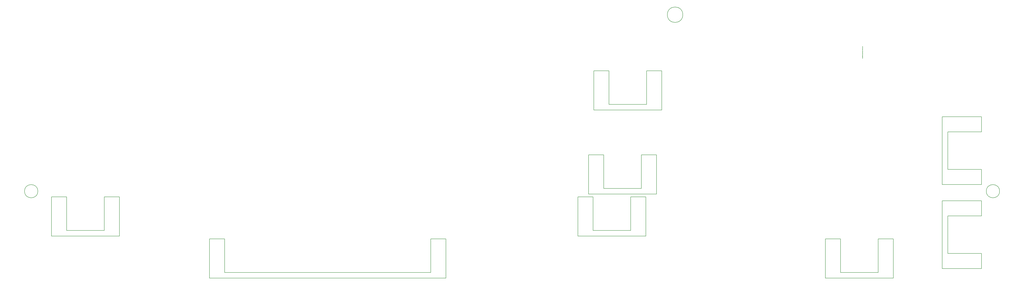
<source format=gbr>
%TF.GenerationSoftware,KiCad,Pcbnew,(5.1.8)-1*%
%TF.CreationDate,2021-04-20T19:09:35-04:00*%
%TF.ProjectId,694200101,36393432-3030-4313-9031-2e6b69636164,rev?*%
%TF.SameCoordinates,Original*%
%TF.FileFunction,Other,Comment*%
%FSLAX46Y46*%
G04 Gerber Fmt 4.6, Leading zero omitted, Abs format (unit mm)*
G04 Created by KiCad (PCBNEW (5.1.8)-1) date 2021-04-20 19:09:35*
%MOMM*%
%LPD*%
G01*
G04 APERTURE LIST*
%ADD10C,0.152400*%
%ADD11C,0.150000*%
%ADD12C,0.002000*%
G04 APERTURE END LIST*
D10*
%TO.C,SP2*%
X189435750Y-106680000D02*
X182577750Y-106680000D01*
X182577750Y-106680000D02*
X182577750Y-121920000D01*
X182577750Y-121920000D02*
X89359750Y-121920000D01*
X89359750Y-121920000D02*
X89359750Y-106680000D01*
X89359750Y-106680000D02*
X82501750Y-106680000D01*
X82501750Y-106680000D02*
X82501750Y-124460000D01*
X82501750Y-124460000D02*
X189435750Y-124460000D01*
X189435750Y-124460000D02*
X189435750Y-106680000D01*
D11*
%TO.C,H3*%
X296616000Y-5080000D02*
G75*
G03*
X296616000Y-5080000I-3500000J0D01*
G01*
%TO.C,H2*%
X4905000Y-85090000D02*
G75*
G03*
X4905000Y-85090000I-3000000J0D01*
G01*
%TO.C,H1*%
X439880000Y-85090000D02*
G75*
G03*
X439880000Y-85090000I-3000000J0D01*
G01*
D10*
%TO.C,SP8*%
X431720000Y-82042000D02*
X431720000Y-75184000D01*
X431720000Y-75184000D02*
X416480000Y-75184000D01*
X416480000Y-75184000D02*
X416480000Y-58166000D01*
X416480000Y-58166000D02*
X431720000Y-58166000D01*
X431720000Y-58166000D02*
X431720000Y-51308000D01*
X431720000Y-51308000D02*
X413940000Y-51308000D01*
X413940000Y-51308000D02*
X413940000Y-82042000D01*
X413940000Y-82042000D02*
X431720000Y-82042000D01*
%TO.C,SP7*%
X287067000Y-30480000D02*
X280209000Y-30480000D01*
X280209000Y-30480000D02*
X280209000Y-45720000D01*
X280209000Y-45720000D02*
X263191000Y-45720000D01*
X263191000Y-45720000D02*
X263191000Y-30480000D01*
X263191000Y-30480000D02*
X256333000Y-30480000D01*
X256333000Y-30480000D02*
X256333000Y-48260000D01*
X256333000Y-48260000D02*
X287067000Y-48260000D01*
X287067000Y-48260000D02*
X287067000Y-30480000D01*
%TO.C,SP6*%
X391842000Y-106680000D02*
X384984000Y-106680000D01*
X384984000Y-106680000D02*
X384984000Y-121920000D01*
X384984000Y-121920000D02*
X367966000Y-121920000D01*
X367966000Y-121920000D02*
X367966000Y-106680000D01*
X367966000Y-106680000D02*
X361108000Y-106680000D01*
X361108000Y-106680000D02*
X361108000Y-124460000D01*
X361108000Y-124460000D02*
X391842000Y-124460000D01*
X391842000Y-124460000D02*
X391842000Y-106680000D01*
%TO.C,SP5*%
X279923250Y-87630000D02*
X273065250Y-87630000D01*
X273065250Y-87630000D02*
X273065250Y-102870000D01*
X273065250Y-102870000D02*
X256047250Y-102870000D01*
X256047250Y-102870000D02*
X256047250Y-87630000D01*
X256047250Y-87630000D02*
X249189250Y-87630000D01*
X249189250Y-87630000D02*
X249189250Y-105410000D01*
X249189250Y-105410000D02*
X279923250Y-105410000D01*
X279923250Y-105410000D02*
X279923250Y-87630000D01*
%TO.C,SP4*%
X41798250Y-87630000D02*
X34940250Y-87630000D01*
X34940250Y-87630000D02*
X34940250Y-102870000D01*
X34940250Y-102870000D02*
X17922250Y-102870000D01*
X17922250Y-102870000D02*
X17922250Y-87630000D01*
X17922250Y-87630000D02*
X11064250Y-87630000D01*
X11064250Y-87630000D02*
X11064250Y-105410000D01*
X11064250Y-105410000D02*
X41798250Y-105410000D01*
X41798250Y-105410000D02*
X41798250Y-87630000D01*
%TO.C,SP3*%
X431720000Y-120142000D02*
X431720000Y-113284000D01*
X431720000Y-113284000D02*
X416480000Y-113284000D01*
X416480000Y-113284000D02*
X416480000Y-96266000D01*
X416480000Y-96266000D02*
X431720000Y-96266000D01*
X431720000Y-96266000D02*
X431720000Y-89408000D01*
X431720000Y-89408000D02*
X413940000Y-89408000D01*
X413940000Y-89408000D02*
X413940000Y-120142000D01*
X413940000Y-120142000D02*
X431720000Y-120142000D01*
%TO.C,SP1*%
X284685750Y-68580000D02*
X277827750Y-68580000D01*
X277827750Y-68580000D02*
X277827750Y-83820000D01*
X277827750Y-83820000D02*
X260809750Y-83820000D01*
X260809750Y-83820000D02*
X260809750Y-68580000D01*
X260809750Y-68580000D02*
X253951750Y-68580000D01*
X253951750Y-68580000D02*
X253951750Y-86360000D01*
X253951750Y-86360000D02*
X284685750Y-86360000D01*
X284685750Y-86360000D02*
X284685750Y-68580000D01*
%TD*%
%TO.C,U1*%
D12*
X377895757Y-24794633D02*
X377901804Y-24800680D01*
X377907852Y-24818823D01*
X377907852Y-24830919D01*
X377901804Y-24849061D01*
X377889709Y-24861157D01*
X377877614Y-24867204D01*
X377853423Y-24873252D01*
X377835280Y-24873252D01*
X377811090Y-24867204D01*
X377798995Y-24861157D01*
X377786900Y-24849061D01*
X377780852Y-24830919D01*
X377780852Y-24818823D01*
X377786900Y-24800680D01*
X377792947Y-24794633D01*
X377907852Y-24722061D02*
X377901804Y-24734157D01*
X377895757Y-24740204D01*
X377883661Y-24746252D01*
X377847376Y-24746252D01*
X377835280Y-24740204D01*
X377829233Y-24734157D01*
X377823185Y-24722061D01*
X377823185Y-24703919D01*
X377829233Y-24691823D01*
X377835280Y-24685776D01*
X377847376Y-24679728D01*
X377883661Y-24679728D01*
X377895757Y-24685776D01*
X377901804Y-24691823D01*
X377907852Y-24703919D01*
X377907852Y-24722061D01*
X377823185Y-24625300D02*
X377950185Y-24625300D01*
X377829233Y-24625300D02*
X377823185Y-24613204D01*
X377823185Y-24589014D01*
X377829233Y-24576919D01*
X377835280Y-24570871D01*
X377847376Y-24564823D01*
X377883661Y-24564823D01*
X377895757Y-24570871D01*
X377901804Y-24576919D01*
X377907852Y-24589014D01*
X377907852Y-24613204D01*
X377901804Y-24625300D01*
X377823185Y-24522490D02*
X377907852Y-24492252D01*
X377823185Y-24462014D02*
X377907852Y-24492252D01*
X377938090Y-24504347D01*
X377944138Y-24510395D01*
X377950185Y-24522490D01*
X377907852Y-24413633D02*
X377823185Y-24413633D01*
X377847376Y-24413633D02*
X377835280Y-24407585D01*
X377829233Y-24401538D01*
X377823185Y-24389442D01*
X377823185Y-24377347D01*
X377907852Y-24335014D02*
X377823185Y-24335014D01*
X377780852Y-24335014D02*
X377786900Y-24341061D01*
X377792947Y-24335014D01*
X377786900Y-24328966D01*
X377780852Y-24335014D01*
X377792947Y-24335014D01*
X377823185Y-24220109D02*
X377925995Y-24220109D01*
X377938090Y-24226157D01*
X377944138Y-24232204D01*
X377950185Y-24244300D01*
X377950185Y-24262442D01*
X377944138Y-24274538D01*
X377901804Y-24220109D02*
X377907852Y-24232204D01*
X377907852Y-24256395D01*
X377901804Y-24268490D01*
X377895757Y-24274538D01*
X377883661Y-24280585D01*
X377847376Y-24280585D01*
X377835280Y-24274538D01*
X377829233Y-24268490D01*
X377823185Y-24256395D01*
X377823185Y-24232204D01*
X377829233Y-24220109D01*
X377907852Y-24159633D02*
X377780852Y-24159633D01*
X377907852Y-24105204D02*
X377841328Y-24105204D01*
X377829233Y-24111252D01*
X377823185Y-24123347D01*
X377823185Y-24141490D01*
X377829233Y-24153585D01*
X377835280Y-24159633D01*
X377823185Y-24062871D02*
X377823185Y-24014490D01*
X377780852Y-24044728D02*
X377889709Y-24044728D01*
X377901804Y-24038680D01*
X377907852Y-24026585D01*
X377907852Y-24014490D01*
X377792947Y-23881442D02*
X377786900Y-23875395D01*
X377780852Y-23863300D01*
X377780852Y-23833061D01*
X377786900Y-23820966D01*
X377792947Y-23814919D01*
X377805042Y-23808871D01*
X377817138Y-23808871D01*
X377835280Y-23814919D01*
X377907852Y-23887490D01*
X377907852Y-23808871D01*
X377780852Y-23730252D02*
X377780852Y-23718157D01*
X377786900Y-23706061D01*
X377792947Y-23700014D01*
X377805042Y-23693966D01*
X377829233Y-23687919D01*
X377859471Y-23687919D01*
X377883661Y-23693966D01*
X377895757Y-23700014D01*
X377901804Y-23706061D01*
X377907852Y-23718157D01*
X377907852Y-23730252D01*
X377901804Y-23742347D01*
X377895757Y-23748395D01*
X377883661Y-23754442D01*
X377859471Y-23760490D01*
X377829233Y-23760490D01*
X377805042Y-23754442D01*
X377792947Y-23748395D01*
X377786900Y-23742347D01*
X377780852Y-23730252D01*
X377907852Y-23566966D02*
X377907852Y-23639538D01*
X377907852Y-23603252D02*
X377780852Y-23603252D01*
X377798995Y-23615347D01*
X377811090Y-23627442D01*
X377817138Y-23639538D01*
X377780852Y-23458109D02*
X377780852Y-23482300D01*
X377786900Y-23494395D01*
X377792947Y-23500442D01*
X377811090Y-23512538D01*
X377835280Y-23518585D01*
X377883661Y-23518585D01*
X377895757Y-23512538D01*
X377901804Y-23506490D01*
X377907852Y-23494395D01*
X377907852Y-23470204D01*
X377901804Y-23458109D01*
X377895757Y-23452061D01*
X377883661Y-23446014D01*
X377853423Y-23446014D01*
X377841328Y-23452061D01*
X377835280Y-23458109D01*
X377829233Y-23470204D01*
X377829233Y-23494395D01*
X377835280Y-23506490D01*
X377841328Y-23512538D01*
X377853423Y-23518585D01*
X377871566Y-23300871D02*
X377871566Y-23240395D01*
X377907852Y-23312966D02*
X377780852Y-23270633D01*
X377907852Y-23228300D01*
X377901804Y-23131538D02*
X377907852Y-23143633D01*
X377907852Y-23167823D01*
X377901804Y-23179919D01*
X377895757Y-23185966D01*
X377883661Y-23192014D01*
X377847376Y-23192014D01*
X377835280Y-23185966D01*
X377829233Y-23179919D01*
X377823185Y-23167823D01*
X377823185Y-23143633D01*
X377829233Y-23131538D01*
X377901804Y-23022680D02*
X377907852Y-23034776D01*
X377907852Y-23058966D01*
X377901804Y-23071061D01*
X377895757Y-23077109D01*
X377883661Y-23083157D01*
X377847376Y-23083157D01*
X377835280Y-23077109D01*
X377829233Y-23071061D01*
X377823185Y-23058966D01*
X377823185Y-23034776D01*
X377829233Y-23022680D01*
X377901804Y-22919871D02*
X377907852Y-22931966D01*
X377907852Y-22956157D01*
X377901804Y-22968252D01*
X377889709Y-22974300D01*
X377841328Y-22974300D01*
X377829233Y-22968252D01*
X377823185Y-22956157D01*
X377823185Y-22931966D01*
X377829233Y-22919871D01*
X377841328Y-22913823D01*
X377853423Y-22913823D01*
X377865519Y-22974300D01*
X377907852Y-22841252D02*
X377901804Y-22853347D01*
X377889709Y-22859395D01*
X377780852Y-22859395D01*
X377901804Y-22744490D02*
X377907852Y-22756585D01*
X377907852Y-22780776D01*
X377901804Y-22792871D01*
X377889709Y-22798919D01*
X377841328Y-22798919D01*
X377829233Y-22792871D01*
X377823185Y-22780776D01*
X377823185Y-22756585D01*
X377829233Y-22744490D01*
X377841328Y-22738442D01*
X377853423Y-22738442D01*
X377865519Y-22798919D01*
X377907852Y-22684014D02*
X377823185Y-22684014D01*
X377847376Y-22684014D02*
X377835280Y-22677966D01*
X377829233Y-22671919D01*
X377823185Y-22659823D01*
X377823185Y-22647728D01*
X377907852Y-22550966D02*
X377841328Y-22550966D01*
X377829233Y-22557014D01*
X377823185Y-22569109D01*
X377823185Y-22593300D01*
X377829233Y-22605395D01*
X377901804Y-22550966D02*
X377907852Y-22563061D01*
X377907852Y-22593300D01*
X377901804Y-22605395D01*
X377889709Y-22611442D01*
X377877614Y-22611442D01*
X377865519Y-22605395D01*
X377859471Y-22593300D01*
X377859471Y-22563061D01*
X377853423Y-22550966D01*
X377823185Y-22508633D02*
X377823185Y-22460252D01*
X377780852Y-22490490D02*
X377889709Y-22490490D01*
X377901804Y-22484442D01*
X377907852Y-22472347D01*
X377907852Y-22460252D01*
X377901804Y-22369538D02*
X377907852Y-22381633D01*
X377907852Y-22405823D01*
X377901804Y-22417919D01*
X377889709Y-22423966D01*
X377841328Y-22423966D01*
X377829233Y-22417919D01*
X377823185Y-22405823D01*
X377823185Y-22381633D01*
X377829233Y-22369538D01*
X377841328Y-22363490D01*
X377853423Y-22363490D01*
X377865519Y-22423966D01*
X377907852Y-22254633D02*
X377780852Y-22254633D01*
X377901804Y-22254633D02*
X377907852Y-22266728D01*
X377907852Y-22290919D01*
X377901804Y-22303014D01*
X377895757Y-22309061D01*
X377883661Y-22315109D01*
X377847376Y-22315109D01*
X377835280Y-22309061D01*
X377829233Y-22303014D01*
X377823185Y-22290919D01*
X377823185Y-22266728D01*
X377829233Y-22254633D01*
X377907852Y-22097395D02*
X377780852Y-22097395D01*
X377780852Y-22067157D01*
X377786900Y-22049014D01*
X377798995Y-22036919D01*
X377811090Y-22030871D01*
X377835280Y-22024823D01*
X377853423Y-22024823D01*
X377877614Y-22030871D01*
X377889709Y-22036919D01*
X377901804Y-22049014D01*
X377907852Y-22067157D01*
X377907852Y-22097395D01*
X377901804Y-21922014D02*
X377907852Y-21934109D01*
X377907852Y-21958300D01*
X377901804Y-21970395D01*
X377889709Y-21976442D01*
X377841328Y-21976442D01*
X377829233Y-21970395D01*
X377823185Y-21958300D01*
X377823185Y-21934109D01*
X377829233Y-21922014D01*
X377841328Y-21915966D01*
X377853423Y-21915966D01*
X377865519Y-21976442D01*
X377901804Y-21867585D02*
X377907852Y-21855490D01*
X377907852Y-21831300D01*
X377901804Y-21819204D01*
X377889709Y-21813157D01*
X377883661Y-21813157D01*
X377871566Y-21819204D01*
X377865519Y-21831300D01*
X377865519Y-21849442D01*
X377859471Y-21861538D01*
X377847376Y-21867585D01*
X377841328Y-21867585D01*
X377829233Y-21861538D01*
X377823185Y-21849442D01*
X377823185Y-21831300D01*
X377829233Y-21819204D01*
X377907852Y-21758728D02*
X377823185Y-21758728D01*
X377780852Y-21758728D02*
X377786900Y-21764776D01*
X377792947Y-21758728D01*
X377786900Y-21752680D01*
X377780852Y-21758728D01*
X377792947Y-21758728D01*
X377823185Y-21643823D02*
X377925995Y-21643823D01*
X377938090Y-21649871D01*
X377944138Y-21655919D01*
X377950185Y-21668014D01*
X377950185Y-21686157D01*
X377944138Y-21698252D01*
X377901804Y-21643823D02*
X377907852Y-21655919D01*
X377907852Y-21680109D01*
X377901804Y-21692204D01*
X377895757Y-21698252D01*
X377883661Y-21704300D01*
X377847376Y-21704300D01*
X377835280Y-21698252D01*
X377829233Y-21692204D01*
X377823185Y-21680109D01*
X377823185Y-21655919D01*
X377829233Y-21643823D01*
X377823185Y-21583347D02*
X377907852Y-21583347D01*
X377835280Y-21583347D02*
X377829233Y-21577300D01*
X377823185Y-21565204D01*
X377823185Y-21547061D01*
X377829233Y-21534966D01*
X377841328Y-21528919D01*
X377907852Y-21528919D01*
X377901804Y-21474490D02*
X377907852Y-21462395D01*
X377907852Y-21438204D01*
X377901804Y-21426109D01*
X377889709Y-21420061D01*
X377883661Y-21420061D01*
X377871566Y-21426109D01*
X377865519Y-21438204D01*
X377865519Y-21456347D01*
X377859471Y-21468442D01*
X377847376Y-21474490D01*
X377841328Y-21474490D01*
X377829233Y-21468442D01*
X377823185Y-21456347D01*
X377823185Y-21438204D01*
X377829233Y-21426109D01*
X377895757Y-21365633D02*
X377901804Y-21359585D01*
X377907852Y-21365633D01*
X377901804Y-21371680D01*
X377895757Y-21365633D01*
X377907852Y-21365633D01*
X377871566Y-21214442D02*
X377871566Y-21153966D01*
X377907852Y-21226538D02*
X377780852Y-21184204D01*
X377907852Y-21141871D01*
X377907852Y-21081395D02*
X377901804Y-21093490D01*
X377889709Y-21099538D01*
X377780852Y-21099538D01*
X377907852Y-21014871D02*
X377901804Y-21026966D01*
X377889709Y-21033014D01*
X377780852Y-21033014D01*
X377907852Y-20869728D02*
X377823185Y-20869728D01*
X377847376Y-20869728D02*
X377835280Y-20863680D01*
X377829233Y-20857633D01*
X377823185Y-20845538D01*
X377823185Y-20833442D01*
X377907852Y-20791109D02*
X377823185Y-20791109D01*
X377780852Y-20791109D02*
X377786900Y-20797157D01*
X377792947Y-20791109D01*
X377786900Y-20785061D01*
X377780852Y-20791109D01*
X377792947Y-20791109D01*
X377823185Y-20676204D02*
X377925995Y-20676204D01*
X377938090Y-20682252D01*
X377944138Y-20688300D01*
X377950185Y-20700395D01*
X377950185Y-20718538D01*
X377944138Y-20730633D01*
X377901804Y-20676204D02*
X377907852Y-20688300D01*
X377907852Y-20712490D01*
X377901804Y-20724585D01*
X377895757Y-20730633D01*
X377883661Y-20736680D01*
X377847376Y-20736680D01*
X377835280Y-20730633D01*
X377829233Y-20724585D01*
X377823185Y-20712490D01*
X377823185Y-20688300D01*
X377829233Y-20676204D01*
X377907852Y-20615728D02*
X377780852Y-20615728D01*
X377907852Y-20561300D02*
X377841328Y-20561300D01*
X377829233Y-20567347D01*
X377823185Y-20579442D01*
X377823185Y-20597585D01*
X377829233Y-20609680D01*
X377835280Y-20615728D01*
X377823185Y-20518966D02*
X377823185Y-20470585D01*
X377780852Y-20500823D02*
X377889709Y-20500823D01*
X377901804Y-20494776D01*
X377907852Y-20482680D01*
X377907852Y-20470585D01*
X377901804Y-20434300D02*
X377907852Y-20422204D01*
X377907852Y-20398014D01*
X377901804Y-20385919D01*
X377889709Y-20379871D01*
X377883661Y-20379871D01*
X377871566Y-20385919D01*
X377865519Y-20398014D01*
X377865519Y-20416157D01*
X377859471Y-20428252D01*
X377847376Y-20434300D01*
X377841328Y-20434300D01*
X377829233Y-20428252D01*
X377823185Y-20416157D01*
X377823185Y-20398014D01*
X377829233Y-20385919D01*
X377907852Y-20228680D02*
X377823185Y-20228680D01*
X377847376Y-20228680D02*
X377835280Y-20222633D01*
X377829233Y-20216585D01*
X377823185Y-20204490D01*
X377823185Y-20192395D01*
X377901804Y-20101680D02*
X377907852Y-20113776D01*
X377907852Y-20137966D01*
X377901804Y-20150061D01*
X377889709Y-20156109D01*
X377841328Y-20156109D01*
X377829233Y-20150061D01*
X377823185Y-20137966D01*
X377823185Y-20113776D01*
X377829233Y-20101680D01*
X377841328Y-20095633D01*
X377853423Y-20095633D01*
X377865519Y-20156109D01*
X377901804Y-20047252D02*
X377907852Y-20035157D01*
X377907852Y-20010966D01*
X377901804Y-19998871D01*
X377889709Y-19992823D01*
X377883661Y-19992823D01*
X377871566Y-19998871D01*
X377865519Y-20010966D01*
X377865519Y-20029109D01*
X377859471Y-20041204D01*
X377847376Y-20047252D01*
X377841328Y-20047252D01*
X377829233Y-20041204D01*
X377823185Y-20029109D01*
X377823185Y-20010966D01*
X377829233Y-19998871D01*
X377901804Y-19890014D02*
X377907852Y-19902109D01*
X377907852Y-19926300D01*
X377901804Y-19938395D01*
X377889709Y-19944442D01*
X377841328Y-19944442D01*
X377829233Y-19938395D01*
X377823185Y-19926300D01*
X377823185Y-19902109D01*
X377829233Y-19890014D01*
X377841328Y-19883966D01*
X377853423Y-19883966D01*
X377865519Y-19944442D01*
X377907852Y-19829538D02*
X377823185Y-19829538D01*
X377847376Y-19829538D02*
X377835280Y-19823490D01*
X377829233Y-19817442D01*
X377823185Y-19805347D01*
X377823185Y-19793252D01*
X377823185Y-19763014D02*
X377907852Y-19732776D01*
X377823185Y-19702538D01*
X377901804Y-19605776D02*
X377907852Y-19617871D01*
X377907852Y-19642061D01*
X377901804Y-19654157D01*
X377889709Y-19660204D01*
X377841328Y-19660204D01*
X377829233Y-19654157D01*
X377823185Y-19642061D01*
X377823185Y-19617871D01*
X377829233Y-19605776D01*
X377841328Y-19599728D01*
X377853423Y-19599728D01*
X377865519Y-19660204D01*
X377907852Y-19490871D02*
X377780852Y-19490871D01*
X377901804Y-19490871D02*
X377907852Y-19502966D01*
X377907852Y-19527157D01*
X377901804Y-19539252D01*
X377895757Y-19545300D01*
X377883661Y-19551347D01*
X377847376Y-19551347D01*
X377835280Y-19545300D01*
X377829233Y-19539252D01*
X377823185Y-19527157D01*
X377823185Y-19502966D01*
X377829233Y-19490871D01*
X377895757Y-19430395D02*
X377901804Y-19424347D01*
X377907852Y-19430395D01*
X377901804Y-19436442D01*
X377895757Y-19430395D01*
X377907852Y-19430395D01*
%TD*%
M02*

</source>
